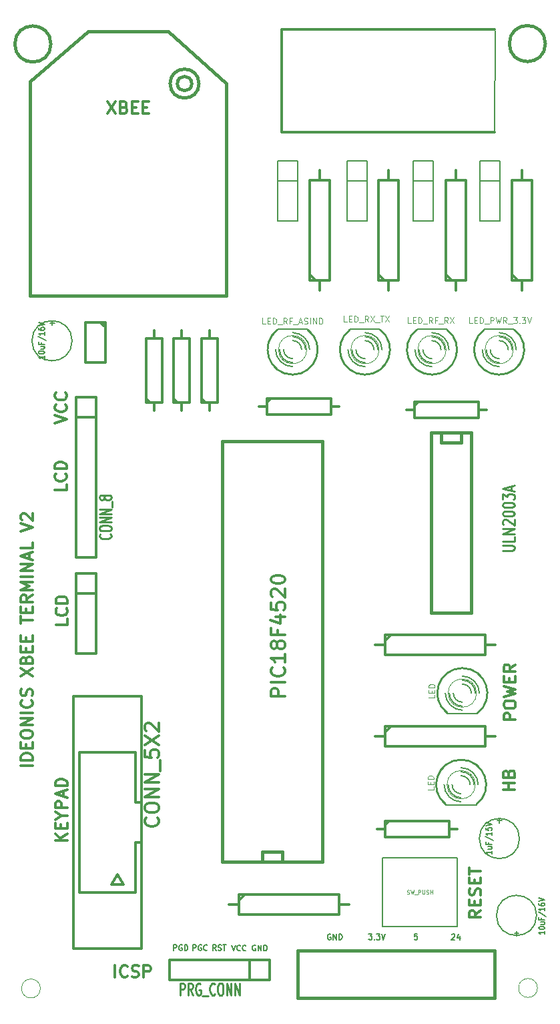
<source format=gto>
G04 (created by PCBNEW (2013-07-07 BZR 4022)-stable) date 8/21/2014 1:45:18 PM*
%MOIN*%
G04 Gerber Fmt 3.4, Leading zero omitted, Abs format*
%FSLAX34Y34*%
G01*
G70*
G90*
G04 APERTURE LIST*
%ADD10C,0.00590551*%
%ADD11C,0.00688976*%
%ADD12C,0.011811*%
%ADD13C,0.000393701*%
%ADD14C,0.008*%
%ADD15C,0.003*%
%ADD16C,0.01*%
%ADD17C,0.006*%
%ADD18C,0.012*%
%ADD19C,0.015*%
%ADD20C,0.005*%
%ADD21C,0.0035*%
%ADD22C,0.00492126*%
%ADD23C,0.01125*%
%ADD24C,0.0075*%
G04 APERTURE END LIST*
G54D10*
G54D11*
X52191Y-58356D02*
X52165Y-58343D01*
X52126Y-58343D01*
X52087Y-58356D01*
X52060Y-58382D01*
X52047Y-58408D01*
X52034Y-58461D01*
X52034Y-58500D01*
X52047Y-58553D01*
X52060Y-58579D01*
X52087Y-58605D01*
X52126Y-58618D01*
X52152Y-58618D01*
X52191Y-58605D01*
X52205Y-58592D01*
X52205Y-58500D01*
X52152Y-58500D01*
X52323Y-58618D02*
X52323Y-58343D01*
X52480Y-58618D01*
X52480Y-58343D01*
X52611Y-58618D02*
X52611Y-58343D01*
X52677Y-58343D01*
X52716Y-58356D01*
X52743Y-58382D01*
X52756Y-58408D01*
X52769Y-58461D01*
X52769Y-58500D01*
X52756Y-58553D01*
X52743Y-58579D01*
X52716Y-58605D01*
X52677Y-58618D01*
X52611Y-58618D01*
X51001Y-58343D02*
X51092Y-58618D01*
X51184Y-58343D01*
X51434Y-58592D02*
X51420Y-58605D01*
X51381Y-58618D01*
X51355Y-58618D01*
X51316Y-58605D01*
X51289Y-58579D01*
X51276Y-58553D01*
X51263Y-58500D01*
X51263Y-58461D01*
X51276Y-58408D01*
X51289Y-58382D01*
X51316Y-58356D01*
X51355Y-58343D01*
X51381Y-58343D01*
X51420Y-58356D01*
X51434Y-58369D01*
X51709Y-58592D02*
X51696Y-58605D01*
X51657Y-58618D01*
X51630Y-58618D01*
X51591Y-58605D01*
X51565Y-58579D01*
X51552Y-58553D01*
X51539Y-58500D01*
X51539Y-58461D01*
X51552Y-58408D01*
X51565Y-58382D01*
X51591Y-58356D01*
X51630Y-58343D01*
X51657Y-58343D01*
X51696Y-58356D01*
X51709Y-58369D01*
X50223Y-58598D02*
X50131Y-58467D01*
X50066Y-58598D02*
X50066Y-58323D01*
X50170Y-58323D01*
X50197Y-58336D01*
X50210Y-58349D01*
X50223Y-58375D01*
X50223Y-58415D01*
X50210Y-58441D01*
X50197Y-58454D01*
X50170Y-58467D01*
X50066Y-58467D01*
X50328Y-58585D02*
X50367Y-58598D01*
X50433Y-58598D01*
X50459Y-58585D01*
X50472Y-58572D01*
X50485Y-58546D01*
X50485Y-58520D01*
X50472Y-58493D01*
X50459Y-58480D01*
X50433Y-58467D01*
X50380Y-58454D01*
X50354Y-58441D01*
X50341Y-58428D01*
X50328Y-58402D01*
X50328Y-58375D01*
X50341Y-58349D01*
X50354Y-58336D01*
X50380Y-58323D01*
X50446Y-58323D01*
X50485Y-58336D01*
X50564Y-58323D02*
X50722Y-58323D01*
X50643Y-58598D02*
X50643Y-58323D01*
X49062Y-58598D02*
X49062Y-58323D01*
X49167Y-58323D01*
X49193Y-58336D01*
X49206Y-58349D01*
X49219Y-58375D01*
X49219Y-58415D01*
X49206Y-58441D01*
X49193Y-58454D01*
X49167Y-58467D01*
X49062Y-58467D01*
X49482Y-58336D02*
X49455Y-58323D01*
X49416Y-58323D01*
X49377Y-58336D01*
X49350Y-58362D01*
X49337Y-58388D01*
X49324Y-58441D01*
X49324Y-58480D01*
X49337Y-58533D01*
X49350Y-58559D01*
X49377Y-58585D01*
X49416Y-58598D01*
X49442Y-58598D01*
X49482Y-58585D01*
X49495Y-58572D01*
X49495Y-58480D01*
X49442Y-58480D01*
X49770Y-58572D02*
X49757Y-58585D01*
X49718Y-58598D01*
X49691Y-58598D01*
X49652Y-58585D01*
X49626Y-58559D01*
X49613Y-58533D01*
X49600Y-58480D01*
X49600Y-58441D01*
X49613Y-58388D01*
X49626Y-58362D01*
X49652Y-58336D01*
X49691Y-58323D01*
X49718Y-58323D01*
X49757Y-58336D01*
X49770Y-58349D01*
X48097Y-58598D02*
X48097Y-58323D01*
X48202Y-58323D01*
X48228Y-58336D01*
X48241Y-58349D01*
X48254Y-58375D01*
X48254Y-58415D01*
X48241Y-58441D01*
X48228Y-58454D01*
X48202Y-58467D01*
X48097Y-58467D01*
X48517Y-58336D02*
X48491Y-58323D01*
X48451Y-58323D01*
X48412Y-58336D01*
X48386Y-58362D01*
X48373Y-58388D01*
X48359Y-58441D01*
X48359Y-58480D01*
X48373Y-58533D01*
X48386Y-58559D01*
X48412Y-58585D01*
X48451Y-58598D01*
X48478Y-58598D01*
X48517Y-58585D01*
X48530Y-58572D01*
X48530Y-58480D01*
X48478Y-58480D01*
X48648Y-58598D02*
X48648Y-58323D01*
X48714Y-58323D01*
X48753Y-58336D01*
X48779Y-58362D01*
X48793Y-58388D01*
X48806Y-58441D01*
X48806Y-58480D01*
X48793Y-58533D01*
X48779Y-58559D01*
X48753Y-58585D01*
X48714Y-58598D01*
X48648Y-58598D01*
X55940Y-57799D02*
X55913Y-57785D01*
X55874Y-57785D01*
X55835Y-57799D01*
X55808Y-57825D01*
X55795Y-57851D01*
X55782Y-57904D01*
X55782Y-57943D01*
X55795Y-57995D01*
X55808Y-58022D01*
X55835Y-58048D01*
X55874Y-58061D01*
X55900Y-58061D01*
X55940Y-58048D01*
X55953Y-58035D01*
X55953Y-57943D01*
X55900Y-57943D01*
X56071Y-58061D02*
X56071Y-57785D01*
X56228Y-58061D01*
X56228Y-57785D01*
X56359Y-58061D02*
X56359Y-57785D01*
X56425Y-57785D01*
X56464Y-57799D01*
X56491Y-57825D01*
X56504Y-57851D01*
X56517Y-57904D01*
X56517Y-57943D01*
X56504Y-57995D01*
X56491Y-58022D01*
X56464Y-58048D01*
X56425Y-58061D01*
X56359Y-58061D01*
X57843Y-57785D02*
X58013Y-57785D01*
X57921Y-57890D01*
X57961Y-57890D01*
X57987Y-57904D01*
X58000Y-57917D01*
X58013Y-57943D01*
X58013Y-58009D01*
X58000Y-58035D01*
X57987Y-58048D01*
X57961Y-58061D01*
X57882Y-58061D01*
X57856Y-58048D01*
X57843Y-58035D01*
X58131Y-58035D02*
X58145Y-58048D01*
X58131Y-58061D01*
X58118Y-58048D01*
X58131Y-58035D01*
X58131Y-58061D01*
X58236Y-57785D02*
X58407Y-57785D01*
X58315Y-57890D01*
X58354Y-57890D01*
X58381Y-57904D01*
X58394Y-57917D01*
X58407Y-57943D01*
X58407Y-58009D01*
X58394Y-58035D01*
X58381Y-58048D01*
X58354Y-58061D01*
X58276Y-58061D01*
X58250Y-58048D01*
X58236Y-58035D01*
X58486Y-57785D02*
X58578Y-58061D01*
X58669Y-57785D01*
X61990Y-57812D02*
X62003Y-57799D01*
X62029Y-57785D01*
X62095Y-57785D01*
X62121Y-57799D01*
X62134Y-57812D01*
X62147Y-57838D01*
X62147Y-57864D01*
X62134Y-57904D01*
X61976Y-58061D01*
X62147Y-58061D01*
X62383Y-57877D02*
X62383Y-58061D01*
X62318Y-57772D02*
X62252Y-57969D01*
X62423Y-57969D01*
G54D12*
X65179Y-47082D02*
X64589Y-47082D01*
X64589Y-46857D01*
X64617Y-46801D01*
X64645Y-46773D01*
X64701Y-46744D01*
X64786Y-46744D01*
X64842Y-46773D01*
X64870Y-46801D01*
X64898Y-46857D01*
X64898Y-47082D01*
X64589Y-46379D02*
X64589Y-46266D01*
X64617Y-46210D01*
X64673Y-46154D01*
X64786Y-46126D01*
X64983Y-46126D01*
X65095Y-46154D01*
X65151Y-46210D01*
X65179Y-46266D01*
X65179Y-46379D01*
X65151Y-46435D01*
X65095Y-46491D01*
X64983Y-46519D01*
X64786Y-46519D01*
X64673Y-46491D01*
X64617Y-46435D01*
X64589Y-46379D01*
X64589Y-45929D02*
X65179Y-45788D01*
X64758Y-45676D01*
X65179Y-45563D01*
X64589Y-45423D01*
X64870Y-45198D02*
X64870Y-45001D01*
X65179Y-44917D02*
X65179Y-45198D01*
X64589Y-45198D01*
X64589Y-44917D01*
X65179Y-44326D02*
X64898Y-44523D01*
X65179Y-44663D02*
X64589Y-44663D01*
X64589Y-44438D01*
X64617Y-44382D01*
X64645Y-44354D01*
X64701Y-44326D01*
X64786Y-44326D01*
X64842Y-44354D01*
X64870Y-44382D01*
X64898Y-44438D01*
X64898Y-44663D01*
X65140Y-50582D02*
X64550Y-50582D01*
X64831Y-50582D02*
X64831Y-50244D01*
X65140Y-50244D02*
X64550Y-50244D01*
X64831Y-49766D02*
X64859Y-49682D01*
X64887Y-49654D01*
X64943Y-49625D01*
X65028Y-49625D01*
X65084Y-49654D01*
X65112Y-49682D01*
X65140Y-49738D01*
X65140Y-49963D01*
X64550Y-49963D01*
X64550Y-49766D01*
X64578Y-49710D01*
X64606Y-49682D01*
X64662Y-49654D01*
X64718Y-49654D01*
X64775Y-49682D01*
X64803Y-49710D01*
X64831Y-49766D01*
X64831Y-49963D01*
X45178Y-59939D02*
X45178Y-59348D01*
X45796Y-59882D02*
X45768Y-59910D01*
X45684Y-59939D01*
X45628Y-59939D01*
X45543Y-59910D01*
X45487Y-59854D01*
X45459Y-59798D01*
X45431Y-59685D01*
X45431Y-59601D01*
X45459Y-59489D01*
X45487Y-59432D01*
X45543Y-59376D01*
X45628Y-59348D01*
X45684Y-59348D01*
X45768Y-59376D01*
X45796Y-59404D01*
X46021Y-59910D02*
X46106Y-59939D01*
X46246Y-59939D01*
X46303Y-59910D01*
X46331Y-59882D01*
X46359Y-59826D01*
X46359Y-59770D01*
X46331Y-59714D01*
X46303Y-59685D01*
X46246Y-59657D01*
X46134Y-59629D01*
X46078Y-59601D01*
X46050Y-59573D01*
X46021Y-59517D01*
X46021Y-59460D01*
X46050Y-59404D01*
X46078Y-59376D01*
X46134Y-59348D01*
X46274Y-59348D01*
X46359Y-59376D01*
X46612Y-59939D02*
X46612Y-59348D01*
X46837Y-59348D01*
X46893Y-59376D01*
X46921Y-59404D01*
X46949Y-59460D01*
X46949Y-59545D01*
X46921Y-59601D01*
X46893Y-59629D01*
X46837Y-59657D01*
X46612Y-59657D01*
X42782Y-53107D02*
X42191Y-53107D01*
X42782Y-52770D02*
X42444Y-53023D01*
X42191Y-52770D02*
X42529Y-53107D01*
X42473Y-52517D02*
X42473Y-52320D01*
X42782Y-52236D02*
X42782Y-52517D01*
X42191Y-52517D01*
X42191Y-52236D01*
X42501Y-51870D02*
X42782Y-51870D01*
X42191Y-52067D02*
X42501Y-51870D01*
X42191Y-51673D01*
X42782Y-51476D02*
X42191Y-51476D01*
X42191Y-51251D01*
X42219Y-51195D01*
X42248Y-51167D01*
X42304Y-51139D01*
X42388Y-51139D01*
X42444Y-51167D01*
X42473Y-51195D01*
X42501Y-51251D01*
X42501Y-51476D01*
X42613Y-50914D02*
X42613Y-50633D01*
X42782Y-50970D02*
X42191Y-50773D01*
X42782Y-50576D01*
X42782Y-50380D02*
X42191Y-50380D01*
X42191Y-50239D01*
X42219Y-50155D01*
X42276Y-50098D01*
X42332Y-50070D01*
X42444Y-50042D01*
X42529Y-50042D01*
X42641Y-50070D01*
X42697Y-50098D01*
X42754Y-50155D01*
X42782Y-50239D01*
X42782Y-50380D01*
X42807Y-42051D02*
X42807Y-42332D01*
X42217Y-42332D01*
X42751Y-41517D02*
X42779Y-41545D01*
X42807Y-41629D01*
X42807Y-41685D01*
X42779Y-41770D01*
X42723Y-41826D01*
X42667Y-41854D01*
X42554Y-41882D01*
X42470Y-41882D01*
X42357Y-41854D01*
X42301Y-41826D01*
X42245Y-41770D01*
X42217Y-41685D01*
X42217Y-41629D01*
X42245Y-41545D01*
X42273Y-41517D01*
X42807Y-41264D02*
X42217Y-41264D01*
X42217Y-41123D01*
X42245Y-41039D01*
X42301Y-40982D01*
X42357Y-40954D01*
X42470Y-40926D01*
X42554Y-40926D01*
X42667Y-40954D01*
X42723Y-40982D01*
X42779Y-41039D01*
X42807Y-41123D01*
X42807Y-41264D01*
X42748Y-35329D02*
X42748Y-35610D01*
X42158Y-35610D01*
X42692Y-34794D02*
X42720Y-34822D01*
X42748Y-34907D01*
X42748Y-34963D01*
X42720Y-35047D01*
X42664Y-35104D01*
X42608Y-35132D01*
X42495Y-35160D01*
X42411Y-35160D01*
X42298Y-35132D01*
X42242Y-35104D01*
X42186Y-35047D01*
X42158Y-34963D01*
X42158Y-34907D01*
X42186Y-34822D01*
X42214Y-34794D01*
X42748Y-34541D02*
X42158Y-34541D01*
X42158Y-34401D01*
X42186Y-34316D01*
X42242Y-34260D01*
X42298Y-34232D01*
X42411Y-34204D01*
X42495Y-34204D01*
X42608Y-34232D01*
X42664Y-34260D01*
X42720Y-34316D01*
X42748Y-34401D01*
X42748Y-34541D01*
X41055Y-49375D02*
X40465Y-49375D01*
X41055Y-49094D02*
X40465Y-49094D01*
X40465Y-48953D01*
X40493Y-48869D01*
X40549Y-48813D01*
X40606Y-48785D01*
X40718Y-48757D01*
X40802Y-48757D01*
X40915Y-48785D01*
X40971Y-48813D01*
X41027Y-48869D01*
X41055Y-48953D01*
X41055Y-49094D01*
X40746Y-48503D02*
X40746Y-48307D01*
X41055Y-48222D02*
X41055Y-48503D01*
X40465Y-48503D01*
X40465Y-48222D01*
X40465Y-47857D02*
X40465Y-47744D01*
X40493Y-47688D01*
X40549Y-47632D01*
X40662Y-47604D01*
X40859Y-47604D01*
X40971Y-47632D01*
X41027Y-47688D01*
X41055Y-47744D01*
X41055Y-47857D01*
X41027Y-47913D01*
X40971Y-47969D01*
X40859Y-47997D01*
X40662Y-47997D01*
X40549Y-47969D01*
X40493Y-47913D01*
X40465Y-47857D01*
X41055Y-47350D02*
X40465Y-47350D01*
X41055Y-47013D01*
X40465Y-47013D01*
X41055Y-46732D02*
X40465Y-46732D01*
X40999Y-46113D02*
X41027Y-46141D01*
X41055Y-46226D01*
X41055Y-46282D01*
X41027Y-46366D01*
X40971Y-46422D01*
X40915Y-46451D01*
X40802Y-46479D01*
X40718Y-46479D01*
X40606Y-46451D01*
X40549Y-46422D01*
X40493Y-46366D01*
X40465Y-46282D01*
X40465Y-46226D01*
X40493Y-46141D01*
X40521Y-46113D01*
X41027Y-45888D02*
X41055Y-45804D01*
X41055Y-45663D01*
X41027Y-45607D01*
X40999Y-45579D01*
X40943Y-45551D01*
X40887Y-45551D01*
X40830Y-45579D01*
X40802Y-45607D01*
X40774Y-45663D01*
X40746Y-45776D01*
X40718Y-45832D01*
X40690Y-45860D01*
X40634Y-45888D01*
X40577Y-45888D01*
X40521Y-45860D01*
X40493Y-45832D01*
X40465Y-45776D01*
X40465Y-45635D01*
X40493Y-45551D01*
X40465Y-44904D02*
X41055Y-44510D01*
X40465Y-44510D02*
X41055Y-44904D01*
X40746Y-44088D02*
X40774Y-44004D01*
X40802Y-43976D01*
X40859Y-43948D01*
X40943Y-43948D01*
X40999Y-43976D01*
X41027Y-44004D01*
X41055Y-44060D01*
X41055Y-44285D01*
X40465Y-44285D01*
X40465Y-44088D01*
X40493Y-44032D01*
X40521Y-44004D01*
X40577Y-43976D01*
X40634Y-43976D01*
X40690Y-44004D01*
X40718Y-44032D01*
X40746Y-44088D01*
X40746Y-44285D01*
X40746Y-43695D02*
X40746Y-43498D01*
X41055Y-43413D02*
X41055Y-43695D01*
X40465Y-43695D01*
X40465Y-43413D01*
X40746Y-43160D02*
X40746Y-42964D01*
X41055Y-42879D02*
X41055Y-43160D01*
X40465Y-43160D01*
X40465Y-42879D01*
X40465Y-42260D02*
X40465Y-41923D01*
X41055Y-42092D02*
X40465Y-42092D01*
X40746Y-41726D02*
X40746Y-41529D01*
X41055Y-41445D02*
X41055Y-41726D01*
X40465Y-41726D01*
X40465Y-41445D01*
X41055Y-40854D02*
X40774Y-41051D01*
X41055Y-41192D02*
X40465Y-41192D01*
X40465Y-40967D01*
X40493Y-40911D01*
X40521Y-40883D01*
X40577Y-40854D01*
X40662Y-40854D01*
X40718Y-40883D01*
X40746Y-40911D01*
X40774Y-40967D01*
X40774Y-41192D01*
X41055Y-40601D02*
X40465Y-40601D01*
X40887Y-40404D01*
X40465Y-40208D01*
X41055Y-40208D01*
X41055Y-39926D02*
X40465Y-39926D01*
X41055Y-39645D02*
X40465Y-39645D01*
X41055Y-39308D01*
X40465Y-39308D01*
X40887Y-39055D02*
X40887Y-38773D01*
X41055Y-39111D02*
X40465Y-38914D01*
X41055Y-38717D01*
X41055Y-38239D02*
X41055Y-38520D01*
X40465Y-38520D01*
X40465Y-37677D02*
X41055Y-37480D01*
X40465Y-37283D01*
X40521Y-37114D02*
X40493Y-37086D01*
X40465Y-37030D01*
X40465Y-36889D01*
X40493Y-36833D01*
X40521Y-36805D01*
X40577Y-36777D01*
X40634Y-36777D01*
X40718Y-36805D01*
X41055Y-37142D01*
X41055Y-36777D01*
X63447Y-56605D02*
X63166Y-56802D01*
X63447Y-56943D02*
X62857Y-56943D01*
X62857Y-56718D01*
X62885Y-56661D01*
X62913Y-56633D01*
X62969Y-56605D01*
X63053Y-56605D01*
X63110Y-56633D01*
X63138Y-56661D01*
X63166Y-56718D01*
X63166Y-56943D01*
X63138Y-56352D02*
X63138Y-56155D01*
X63447Y-56071D02*
X63447Y-56352D01*
X62857Y-56352D01*
X62857Y-56071D01*
X63419Y-55846D02*
X63447Y-55762D01*
X63447Y-55621D01*
X63419Y-55565D01*
X63391Y-55537D01*
X63335Y-55508D01*
X63278Y-55508D01*
X63222Y-55537D01*
X63194Y-55565D01*
X63166Y-55621D01*
X63138Y-55733D01*
X63110Y-55790D01*
X63082Y-55818D01*
X63025Y-55846D01*
X62969Y-55846D01*
X62913Y-55818D01*
X62885Y-55790D01*
X62857Y-55733D01*
X62857Y-55593D01*
X62885Y-55508D01*
X63138Y-55255D02*
X63138Y-55059D01*
X63447Y-54974D02*
X63447Y-55255D01*
X62857Y-55255D01*
X62857Y-54974D01*
X62857Y-54805D02*
X62857Y-54468D01*
X63447Y-54637D02*
X62857Y-54637D01*
X42178Y-32273D02*
X42768Y-32076D01*
X42178Y-31879D01*
X42712Y-31345D02*
X42740Y-31373D01*
X42768Y-31458D01*
X42768Y-31514D01*
X42740Y-31598D01*
X42684Y-31654D01*
X42627Y-31683D01*
X42515Y-31711D01*
X42431Y-31711D01*
X42318Y-31683D01*
X42262Y-31654D01*
X42206Y-31598D01*
X42178Y-31514D01*
X42178Y-31458D01*
X42206Y-31373D01*
X42234Y-31345D01*
X42712Y-30755D02*
X42740Y-30783D01*
X42768Y-30867D01*
X42768Y-30923D01*
X42740Y-31008D01*
X42684Y-31064D01*
X42627Y-31092D01*
X42515Y-31120D01*
X42431Y-31120D01*
X42318Y-31092D01*
X42262Y-31064D01*
X42206Y-31008D01*
X42178Y-30923D01*
X42178Y-30867D01*
X42206Y-30783D01*
X42234Y-30755D01*
G54D11*
X60265Y-57785D02*
X60134Y-57785D01*
X60121Y-57917D01*
X60134Y-57904D01*
X60160Y-57890D01*
X60226Y-57890D01*
X60252Y-57904D01*
X60265Y-57917D01*
X60278Y-57943D01*
X60278Y-58009D01*
X60265Y-58035D01*
X60252Y-58048D01*
X60226Y-58061D01*
X60160Y-58061D01*
X60134Y-58048D01*
X60121Y-58035D01*
G54D13*
X41447Y-60500D02*
G75*
G03X41447Y-60500I-472J0D01*
G74*
G01*
G54D14*
X61710Y-51346D02*
X63210Y-51346D01*
G54D15*
X63167Y-50326D02*
G75*
G03X63167Y-50326I-707J0D01*
G74*
G01*
G54D16*
X63211Y-51325D02*
G75*
G03X61710Y-51325I-750J999D01*
G74*
G01*
G54D17*
X62910Y-50326D02*
G75*
G03X62460Y-49876I-450J0D01*
G74*
G01*
X62010Y-50326D02*
G75*
G03X62460Y-50776I450J0D01*
G74*
G01*
X63110Y-50326D02*
G75*
G03X62460Y-49676I-650J0D01*
G74*
G01*
X61810Y-50326D02*
G75*
G03X62460Y-50976I650J0D01*
G74*
G01*
X63310Y-50326D02*
G75*
G03X62460Y-49476I-850J0D01*
G74*
G01*
X61610Y-50326D02*
G75*
G03X62460Y-51176I850J0D01*
G74*
G01*
G54D14*
X61769Y-46769D02*
X63269Y-46769D01*
G54D15*
X63226Y-45749D02*
G75*
G03X63226Y-45749I-707J0D01*
G74*
G01*
G54D16*
X63270Y-46749D02*
G75*
G03X61769Y-46749I-750J999D01*
G74*
G01*
G54D17*
X62969Y-45749D02*
G75*
G03X62519Y-45299I-450J0D01*
G74*
G01*
X62069Y-45749D02*
G75*
G03X62519Y-46199I450J0D01*
G74*
G01*
X63169Y-45749D02*
G75*
G03X62519Y-45099I-650J0D01*
G74*
G01*
X61869Y-45749D02*
G75*
G03X62519Y-46399I650J0D01*
G74*
G01*
X63369Y-45749D02*
G75*
G03X62519Y-44899I-850J0D01*
G74*
G01*
X61669Y-45749D02*
G75*
G03X62519Y-46599I850J0D01*
G74*
G01*
X53289Y-19159D02*
X54289Y-19159D01*
X54289Y-19159D02*
X54289Y-22159D01*
X54289Y-22159D02*
X53289Y-22159D01*
X53289Y-22159D02*
X53289Y-19159D01*
X54289Y-20159D02*
X53289Y-20159D01*
X60061Y-19159D02*
X61061Y-19159D01*
X61061Y-19159D02*
X61061Y-22159D01*
X61061Y-22159D02*
X60061Y-22159D01*
X60061Y-22159D02*
X60061Y-19159D01*
X61061Y-20159D02*
X60061Y-20159D01*
X63407Y-19159D02*
X64407Y-19159D01*
X64407Y-19159D02*
X64407Y-22159D01*
X64407Y-22159D02*
X63407Y-22159D01*
X63407Y-22159D02*
X63407Y-19159D01*
X64407Y-20159D02*
X63407Y-20159D01*
X56773Y-19159D02*
X57773Y-19159D01*
X57773Y-19159D02*
X57773Y-22159D01*
X57773Y-22159D02*
X56773Y-22159D01*
X56773Y-22159D02*
X56773Y-19159D01*
X57773Y-20159D02*
X56773Y-20159D01*
G54D18*
X52911Y-59089D02*
X52911Y-60089D01*
X52911Y-60089D02*
X47911Y-60089D01*
X47911Y-60089D02*
X47911Y-59089D01*
X47911Y-59089D02*
X52911Y-59089D01*
X51911Y-59089D02*
X51911Y-60089D01*
X54893Y-25157D02*
X54893Y-20157D01*
X54893Y-20157D02*
X55893Y-20157D01*
X55893Y-20157D02*
X55893Y-25157D01*
X55393Y-20157D02*
X55393Y-19657D01*
X55393Y-25657D02*
X55393Y-25157D01*
X55193Y-25157D02*
X54893Y-24857D01*
X54893Y-25157D02*
X55893Y-25157D01*
X58661Y-42846D02*
X63661Y-42846D01*
X63661Y-42846D02*
X63661Y-43846D01*
X63661Y-43846D02*
X58661Y-43846D01*
X63661Y-43346D02*
X64161Y-43346D01*
X58161Y-43346D02*
X58661Y-43346D01*
X58661Y-43146D02*
X58961Y-42846D01*
X58661Y-42846D02*
X58661Y-43846D01*
X58328Y-25157D02*
X58328Y-20157D01*
X58328Y-20157D02*
X59328Y-20157D01*
X59328Y-20157D02*
X59328Y-25157D01*
X58828Y-20157D02*
X58828Y-19657D01*
X58828Y-25657D02*
X58828Y-25157D01*
X58628Y-25157D02*
X58328Y-24857D01*
X58328Y-25157D02*
X59328Y-25157D01*
X58661Y-47413D02*
X63661Y-47413D01*
X63661Y-47413D02*
X63661Y-48413D01*
X63661Y-48413D02*
X58661Y-48413D01*
X63661Y-47913D02*
X64161Y-47913D01*
X58161Y-47913D02*
X58661Y-47913D01*
X58661Y-47713D02*
X58961Y-47413D01*
X58661Y-47413D02*
X58661Y-48413D01*
X61694Y-25157D02*
X61694Y-20157D01*
X61694Y-20157D02*
X62694Y-20157D01*
X62694Y-20157D02*
X62694Y-25157D01*
X62194Y-20157D02*
X62194Y-19657D01*
X62194Y-25657D02*
X62194Y-25157D01*
X61994Y-25157D02*
X61694Y-24857D01*
X61694Y-25157D02*
X62694Y-25157D01*
X65011Y-25157D02*
X65011Y-20157D01*
X65011Y-20157D02*
X66011Y-20157D01*
X66011Y-20157D02*
X66011Y-25157D01*
X65511Y-20157D02*
X65511Y-19657D01*
X65511Y-25657D02*
X65511Y-25157D01*
X65311Y-25157D02*
X65011Y-24857D01*
X65011Y-25157D02*
X66011Y-25157D01*
X51350Y-55800D02*
X56350Y-55800D01*
X56350Y-55800D02*
X56350Y-56800D01*
X56350Y-56800D02*
X51350Y-56800D01*
X56350Y-56300D02*
X56850Y-56300D01*
X50850Y-56300D02*
X51350Y-56300D01*
X51350Y-56100D02*
X51650Y-55800D01*
X51350Y-55800D02*
X51350Y-56800D01*
G54D14*
X58543Y-53987D02*
X62256Y-53987D01*
X62256Y-53987D02*
X62256Y-57412D01*
X62256Y-57412D02*
X58543Y-57412D01*
X58543Y-57412D02*
X58543Y-53987D01*
G54D19*
X62478Y-32744D02*
X62478Y-32744D01*
X62478Y-32744D02*
X62478Y-33244D01*
X62478Y-33244D02*
X61478Y-33244D01*
X61478Y-33244D02*
X61478Y-32744D01*
X62978Y-32744D02*
X62978Y-41744D01*
X62978Y-41744D02*
X60978Y-41744D01*
X60978Y-41744D02*
X60978Y-32744D01*
X60978Y-32744D02*
X62978Y-32744D01*
G54D10*
X64176Y-12660D02*
X64141Y-17700D01*
G54D18*
X53503Y-12612D02*
X53503Y-17731D01*
X53503Y-17731D02*
X64133Y-17731D01*
X53503Y-12612D02*
X64133Y-12612D01*
G54D20*
X65371Y-53011D02*
G75*
G03X65371Y-53011I-1001J0D01*
G74*
G01*
G54D18*
X43093Y-45924D02*
X46493Y-45924D01*
X46493Y-45924D02*
X46493Y-58524D01*
X43093Y-58524D02*
X43093Y-45924D01*
X46193Y-55724D02*
X43393Y-55724D01*
X46193Y-48724D02*
X43393Y-48724D01*
X46493Y-53224D02*
X46193Y-53224D01*
X46193Y-53224D02*
X46193Y-55724D01*
X43393Y-55724D02*
X43393Y-48724D01*
X46193Y-48724D02*
X46193Y-51224D01*
X46193Y-51224D02*
X46493Y-51224D01*
X46493Y-58524D02*
X43093Y-58524D01*
X45293Y-54824D02*
X44993Y-55324D01*
X44993Y-55324D02*
X45593Y-55324D01*
X45593Y-55324D02*
X45293Y-54824D01*
X44243Y-39789D02*
X44243Y-39789D01*
X43243Y-39789D02*
X44243Y-39789D01*
X44243Y-39789D02*
X44243Y-39789D01*
X44243Y-39789D02*
X44243Y-43789D01*
X44243Y-43789D02*
X43243Y-43789D01*
X43243Y-43789D02*
X43243Y-39789D01*
X43243Y-40789D02*
X44243Y-40789D01*
G54D13*
X66272Y-60475D02*
G75*
G03X66272Y-60475I-472J0D01*
G74*
G01*
G54D18*
X44243Y-30960D02*
X44243Y-38960D01*
X44243Y-38960D02*
X43243Y-38960D01*
X43243Y-38960D02*
X43243Y-30960D01*
X43243Y-30960D02*
X44243Y-30960D01*
X43243Y-31960D02*
X44243Y-31960D01*
X58255Y-52549D02*
X58655Y-52549D01*
X58655Y-52549D02*
X58655Y-52149D01*
X58655Y-52149D02*
X61855Y-52149D01*
X61855Y-52149D02*
X61855Y-52949D01*
X61855Y-52949D02*
X58655Y-52949D01*
X58655Y-52949D02*
X58655Y-52549D01*
X58655Y-52349D02*
X58855Y-52149D01*
X62255Y-52549D02*
X61855Y-52549D01*
G54D19*
X50746Y-25514D02*
X50746Y-25914D01*
X40946Y-25514D02*
X40946Y-25914D01*
X40946Y-24814D02*
X40946Y-25514D01*
X50746Y-24814D02*
X50746Y-25514D01*
X49007Y-15314D02*
G75*
G03X49007Y-15314I-360J0D01*
G74*
G01*
X49367Y-15314D02*
G75*
G03X49367Y-15314I-721J0D01*
G74*
G01*
X41846Y-25914D02*
X40946Y-25914D01*
X47846Y-12714D02*
X50746Y-15314D01*
X50346Y-25914D02*
X50746Y-25914D01*
X41846Y-25914D02*
X50346Y-25914D01*
X40946Y-24814D02*
X40946Y-15214D01*
X50746Y-15314D02*
X50746Y-24814D01*
X40946Y-15214D02*
X43846Y-12714D01*
X43846Y-12714D02*
X47846Y-12714D01*
G54D18*
X49881Y-31635D02*
X49881Y-31235D01*
X49881Y-31235D02*
X49481Y-31235D01*
X49481Y-31235D02*
X49481Y-28035D01*
X49481Y-28035D02*
X50281Y-28035D01*
X50281Y-28035D02*
X50281Y-31235D01*
X50281Y-31235D02*
X49881Y-31235D01*
X49681Y-31235D02*
X49481Y-31035D01*
X49881Y-27635D02*
X49881Y-28035D01*
X59732Y-31624D02*
X60132Y-31624D01*
X60132Y-31624D02*
X60132Y-31224D01*
X60132Y-31224D02*
X63332Y-31224D01*
X63332Y-31224D02*
X63332Y-32024D01*
X63332Y-32024D02*
X60132Y-32024D01*
X60132Y-32024D02*
X60132Y-31624D01*
X60132Y-31424D02*
X60332Y-31224D01*
X63732Y-31624D02*
X63332Y-31624D01*
X48503Y-31635D02*
X48503Y-31235D01*
X48503Y-31235D02*
X48103Y-31235D01*
X48103Y-31235D02*
X48103Y-28035D01*
X48103Y-28035D02*
X48903Y-28035D01*
X48903Y-28035D02*
X48903Y-31235D01*
X48903Y-31235D02*
X48503Y-31235D01*
X48303Y-31235D02*
X48103Y-31035D01*
X48503Y-27635D02*
X48503Y-28035D01*
X47116Y-31635D02*
X47116Y-31235D01*
X47116Y-31235D02*
X46716Y-31235D01*
X46716Y-31235D02*
X46716Y-28035D01*
X46716Y-28035D02*
X47516Y-28035D01*
X47516Y-28035D02*
X47516Y-31235D01*
X47516Y-31235D02*
X47116Y-31235D01*
X46916Y-31235D02*
X46716Y-31035D01*
X47116Y-27635D02*
X47116Y-28035D01*
X52360Y-31437D02*
X52760Y-31437D01*
X52760Y-31437D02*
X52760Y-31037D01*
X52760Y-31037D02*
X55960Y-31037D01*
X55960Y-31037D02*
X55960Y-31837D01*
X55960Y-31837D02*
X52760Y-31837D01*
X52760Y-31837D02*
X52760Y-31437D01*
X52760Y-31237D02*
X52960Y-31037D01*
X56360Y-31437D02*
X55960Y-31437D01*
G54D14*
X54795Y-27580D02*
X53295Y-27580D01*
G54D15*
X54752Y-28600D02*
G75*
G03X54752Y-28600I-707J0D01*
G74*
G01*
G54D16*
X53294Y-27601D02*
G75*
G03X54795Y-27601I750J-999D01*
G74*
G01*
G54D17*
X53595Y-28600D02*
G75*
G03X54045Y-29050I450J0D01*
G74*
G01*
X54495Y-28600D02*
G75*
G03X54045Y-28150I-450J0D01*
G74*
G01*
X53395Y-28600D02*
G75*
G03X54045Y-29250I650J0D01*
G74*
G01*
X54695Y-28600D02*
G75*
G03X54045Y-27950I-650J0D01*
G74*
G01*
X53195Y-28600D02*
G75*
G03X54045Y-29450I850J0D01*
G74*
G01*
X54895Y-28600D02*
G75*
G03X54045Y-27750I-850J0D01*
G74*
G01*
G54D14*
X61753Y-27580D02*
X60253Y-27580D01*
G54D15*
X61711Y-28600D02*
G75*
G03X61711Y-28600I-707J0D01*
G74*
G01*
G54D16*
X60253Y-27601D02*
G75*
G03X61754Y-27601I750J-999D01*
G74*
G01*
G54D17*
X60553Y-28600D02*
G75*
G03X61003Y-29050I450J0D01*
G74*
G01*
X61453Y-28600D02*
G75*
G03X61003Y-28150I-450J0D01*
G74*
G01*
X60353Y-28600D02*
G75*
G03X61003Y-29250I650J0D01*
G74*
G01*
X61653Y-28600D02*
G75*
G03X61003Y-27950I-650J0D01*
G74*
G01*
X60153Y-28600D02*
G75*
G03X61003Y-29450I850J0D01*
G74*
G01*
X61853Y-28600D02*
G75*
G03X61003Y-27750I-850J0D01*
G74*
G01*
G54D14*
X58407Y-27580D02*
X56907Y-27580D01*
G54D15*
X58364Y-28600D02*
G75*
G03X58364Y-28600I-707J0D01*
G74*
G01*
G54D16*
X56906Y-27601D02*
G75*
G03X58408Y-27601I750J-999D01*
G74*
G01*
G54D17*
X57207Y-28600D02*
G75*
G03X57657Y-29050I450J0D01*
G74*
G01*
X58107Y-28600D02*
G75*
G03X57657Y-28150I-450J0D01*
G74*
G01*
X57007Y-28600D02*
G75*
G03X57657Y-29250I650J0D01*
G74*
G01*
X58307Y-28600D02*
G75*
G03X57657Y-27950I-650J0D01*
G74*
G01*
X56807Y-28600D02*
G75*
G03X57657Y-29450I850J0D01*
G74*
G01*
X58507Y-28600D02*
G75*
G03X57657Y-27750I-850J0D01*
G74*
G01*
G54D14*
X65110Y-27580D02*
X63610Y-27580D01*
G54D15*
X65067Y-28600D02*
G75*
G03X65067Y-28600I-707J0D01*
G74*
G01*
G54D16*
X63609Y-27601D02*
G75*
G03X65110Y-27601I750J-999D01*
G74*
G01*
G54D17*
X63910Y-28600D02*
G75*
G03X64360Y-29050I450J0D01*
G74*
G01*
X64810Y-28600D02*
G75*
G03X64360Y-28150I-450J0D01*
G74*
G01*
X63710Y-28600D02*
G75*
G03X64360Y-29250I650J0D01*
G74*
G01*
X65010Y-28600D02*
G75*
G03X64360Y-27950I-650J0D01*
G74*
G01*
X63510Y-28600D02*
G75*
G03X64360Y-29450I850J0D01*
G74*
G01*
X65210Y-28600D02*
G75*
G03X64360Y-27750I-850J0D01*
G74*
G01*
G54D18*
X44692Y-27258D02*
X44692Y-29238D01*
X44692Y-29238D02*
X43692Y-29238D01*
X43692Y-29238D02*
X43692Y-27238D01*
X43692Y-27238D02*
X44692Y-27238D01*
X44442Y-27238D02*
X44692Y-27488D01*
G54D19*
X66667Y-13316D02*
G75*
G03X66667Y-13316I-900J0D01*
G74*
G01*
X41972Y-13336D02*
G75*
G03X41972Y-13336I-900J0D01*
G74*
G01*
G54D20*
X43028Y-28159D02*
G75*
G03X43028Y-28159I-1001J0D01*
G74*
G01*
X66226Y-56850D02*
G75*
G03X66226Y-56850I-1001J0D01*
G74*
G01*
G54D19*
X52541Y-54161D02*
X52541Y-53661D01*
X52541Y-53661D02*
X53541Y-53661D01*
X53541Y-53661D02*
X53541Y-54161D01*
X50541Y-54161D02*
X50541Y-33161D01*
X50541Y-33161D02*
X55541Y-33161D01*
X55541Y-33161D02*
X55541Y-54161D01*
X55541Y-54161D02*
X50541Y-54161D01*
X64137Y-60981D02*
X54294Y-60981D01*
X54294Y-60981D02*
X54294Y-58618D01*
X54294Y-58618D02*
X64137Y-58618D01*
X64137Y-58618D02*
X64137Y-60981D01*
G54D21*
X61082Y-50419D02*
X61082Y-50562D01*
X60782Y-50562D01*
X60924Y-50319D02*
X60924Y-50219D01*
X61082Y-50176D02*
X61082Y-50319D01*
X60782Y-50319D01*
X60782Y-50176D01*
X61082Y-50047D02*
X60782Y-50047D01*
X60782Y-49976D01*
X60796Y-49933D01*
X60824Y-49904D01*
X60853Y-49890D01*
X60910Y-49876D01*
X60953Y-49876D01*
X61010Y-49890D01*
X61039Y-49904D01*
X61067Y-49933D01*
X61082Y-49976D01*
X61082Y-50047D01*
X61141Y-45842D02*
X61141Y-45985D01*
X60841Y-45985D01*
X60983Y-45742D02*
X60983Y-45642D01*
X61141Y-45599D02*
X61141Y-45742D01*
X60841Y-45742D01*
X60841Y-45599D01*
X61141Y-45471D02*
X60841Y-45471D01*
X60841Y-45399D01*
X60855Y-45356D01*
X60883Y-45328D01*
X60912Y-45313D01*
X60969Y-45299D01*
X61012Y-45299D01*
X61069Y-45313D01*
X61098Y-45328D01*
X61126Y-45356D01*
X61141Y-45399D01*
X61141Y-45471D01*
G54D16*
X48426Y-60832D02*
X48426Y-60232D01*
X48578Y-60232D01*
X48616Y-60261D01*
X48635Y-60289D01*
X48654Y-60346D01*
X48654Y-60432D01*
X48635Y-60489D01*
X48616Y-60518D01*
X48578Y-60546D01*
X48426Y-60546D01*
X49054Y-60832D02*
X48921Y-60546D01*
X48826Y-60832D02*
X48826Y-60232D01*
X48978Y-60232D01*
X49016Y-60261D01*
X49035Y-60289D01*
X49054Y-60346D01*
X49054Y-60432D01*
X49035Y-60489D01*
X49016Y-60518D01*
X48978Y-60546D01*
X48826Y-60546D01*
X49435Y-60261D02*
X49397Y-60232D01*
X49340Y-60232D01*
X49283Y-60261D01*
X49245Y-60318D01*
X49226Y-60375D01*
X49207Y-60489D01*
X49207Y-60575D01*
X49226Y-60689D01*
X49245Y-60746D01*
X49283Y-60804D01*
X49340Y-60832D01*
X49378Y-60832D01*
X49435Y-60804D01*
X49454Y-60775D01*
X49454Y-60575D01*
X49378Y-60575D01*
X49530Y-60889D02*
X49835Y-60889D01*
X50159Y-60775D02*
X50140Y-60804D01*
X50083Y-60832D01*
X50045Y-60832D01*
X49988Y-60804D01*
X49949Y-60746D01*
X49930Y-60689D01*
X49911Y-60575D01*
X49911Y-60489D01*
X49930Y-60375D01*
X49949Y-60318D01*
X49988Y-60261D01*
X50045Y-60232D01*
X50083Y-60232D01*
X50140Y-60261D01*
X50159Y-60289D01*
X50407Y-60232D02*
X50483Y-60232D01*
X50521Y-60261D01*
X50559Y-60318D01*
X50578Y-60432D01*
X50578Y-60632D01*
X50559Y-60746D01*
X50521Y-60804D01*
X50483Y-60832D01*
X50407Y-60832D01*
X50368Y-60804D01*
X50330Y-60746D01*
X50311Y-60632D01*
X50311Y-60432D01*
X50330Y-60318D01*
X50368Y-60261D01*
X50407Y-60232D01*
X50749Y-60832D02*
X50749Y-60232D01*
X50978Y-60832D01*
X50978Y-60232D01*
X51168Y-60832D02*
X51168Y-60232D01*
X51397Y-60832D01*
X51397Y-60232D01*
G54D22*
X59757Y-55770D02*
X59786Y-55779D01*
X59832Y-55779D01*
X59851Y-55770D01*
X59861Y-55760D01*
X59870Y-55742D01*
X59870Y-55723D01*
X59861Y-55704D01*
X59851Y-55695D01*
X59832Y-55685D01*
X59795Y-55676D01*
X59776Y-55667D01*
X59767Y-55657D01*
X59757Y-55639D01*
X59757Y-55620D01*
X59767Y-55601D01*
X59776Y-55592D01*
X59795Y-55582D01*
X59842Y-55582D01*
X59870Y-55592D01*
X59935Y-55582D02*
X59982Y-55779D01*
X60020Y-55639D01*
X60057Y-55779D01*
X60104Y-55582D01*
X60132Y-55798D02*
X60282Y-55798D01*
X60329Y-55779D02*
X60329Y-55582D01*
X60404Y-55582D01*
X60423Y-55592D01*
X60432Y-55601D01*
X60442Y-55620D01*
X60442Y-55648D01*
X60432Y-55667D01*
X60423Y-55676D01*
X60404Y-55685D01*
X60329Y-55685D01*
X60526Y-55582D02*
X60526Y-55742D01*
X60535Y-55760D01*
X60545Y-55770D01*
X60564Y-55779D01*
X60601Y-55779D01*
X60620Y-55770D01*
X60629Y-55760D01*
X60639Y-55742D01*
X60639Y-55582D01*
X60723Y-55770D02*
X60751Y-55779D01*
X60798Y-55779D01*
X60817Y-55770D01*
X60826Y-55760D01*
X60835Y-55742D01*
X60835Y-55723D01*
X60826Y-55704D01*
X60817Y-55695D01*
X60798Y-55685D01*
X60760Y-55676D01*
X60742Y-55667D01*
X60732Y-55657D01*
X60723Y-55639D01*
X60723Y-55620D01*
X60732Y-55601D01*
X60742Y-55592D01*
X60760Y-55582D01*
X60807Y-55582D01*
X60835Y-55592D01*
X60920Y-55779D02*
X60920Y-55582D01*
X60920Y-55676D02*
X61032Y-55676D01*
X61032Y-55779D02*
X61032Y-55582D01*
G54D23*
X64521Y-38632D02*
X65007Y-38632D01*
X65064Y-38611D01*
X65093Y-38589D01*
X65121Y-38546D01*
X65121Y-38461D01*
X65093Y-38418D01*
X65064Y-38396D01*
X65007Y-38375D01*
X64521Y-38375D01*
X65121Y-37946D02*
X65121Y-38161D01*
X64521Y-38161D01*
X65121Y-37796D02*
X64521Y-37796D01*
X65121Y-37539D01*
X64521Y-37539D01*
X64578Y-37346D02*
X64550Y-37325D01*
X64521Y-37282D01*
X64521Y-37175D01*
X64550Y-37132D01*
X64578Y-37111D01*
X64635Y-37089D01*
X64693Y-37089D01*
X64778Y-37111D01*
X65121Y-37368D01*
X65121Y-37089D01*
X64521Y-36811D02*
X64521Y-36768D01*
X64550Y-36725D01*
X64578Y-36704D01*
X64635Y-36682D01*
X64750Y-36661D01*
X64893Y-36661D01*
X65007Y-36682D01*
X65064Y-36704D01*
X65093Y-36725D01*
X65121Y-36768D01*
X65121Y-36811D01*
X65093Y-36854D01*
X65064Y-36875D01*
X65007Y-36896D01*
X64893Y-36918D01*
X64750Y-36918D01*
X64635Y-36896D01*
X64578Y-36875D01*
X64550Y-36854D01*
X64521Y-36811D01*
X64521Y-36382D02*
X64521Y-36339D01*
X64550Y-36296D01*
X64578Y-36275D01*
X64635Y-36254D01*
X64750Y-36232D01*
X64893Y-36232D01*
X65007Y-36254D01*
X65064Y-36275D01*
X65093Y-36296D01*
X65121Y-36339D01*
X65121Y-36382D01*
X65093Y-36425D01*
X65064Y-36446D01*
X65007Y-36468D01*
X64893Y-36489D01*
X64750Y-36489D01*
X64635Y-36468D01*
X64578Y-36446D01*
X64550Y-36425D01*
X64521Y-36382D01*
X64521Y-36082D02*
X64521Y-35804D01*
X64750Y-35954D01*
X64750Y-35889D01*
X64778Y-35846D01*
X64807Y-35825D01*
X64864Y-35804D01*
X65007Y-35804D01*
X65064Y-35825D01*
X65093Y-35846D01*
X65121Y-35889D01*
X65121Y-36018D01*
X65093Y-36061D01*
X65064Y-36082D01*
X64950Y-35632D02*
X64950Y-35418D01*
X65121Y-35675D02*
X64521Y-35525D01*
X65121Y-35375D01*
G54D18*
G54D20*
X63991Y-53636D02*
X63991Y-53779D01*
X63991Y-53708D02*
X63691Y-53708D01*
X63734Y-53732D01*
X63762Y-53755D01*
X63777Y-53779D01*
X63791Y-53422D02*
X63991Y-53422D01*
X63791Y-53529D02*
X63948Y-53529D01*
X63977Y-53517D01*
X63991Y-53493D01*
X63991Y-53458D01*
X63977Y-53434D01*
X63962Y-53422D01*
X63834Y-53220D02*
X63834Y-53303D01*
X63991Y-53303D02*
X63691Y-53303D01*
X63691Y-53184D01*
X63677Y-52910D02*
X64062Y-53124D01*
X63991Y-52696D02*
X63991Y-52839D01*
X63991Y-52767D02*
X63691Y-52767D01*
X63734Y-52791D01*
X63762Y-52815D01*
X63777Y-52839D01*
X63691Y-52470D02*
X63691Y-52589D01*
X63834Y-52601D01*
X63820Y-52589D01*
X63805Y-52565D01*
X63805Y-52505D01*
X63820Y-52482D01*
X63834Y-52470D01*
X63862Y-52458D01*
X63934Y-52458D01*
X63962Y-52470D01*
X63977Y-52482D01*
X63991Y-52505D01*
X63991Y-52565D01*
X63977Y-52589D01*
X63962Y-52601D01*
X63691Y-52386D02*
X63991Y-52303D01*
X63691Y-52220D01*
G54D24*
X64377Y-52226D02*
X64377Y-51997D01*
X64491Y-52111D02*
X64262Y-52111D01*
G54D14*
G54D18*
X47309Y-51974D02*
X47343Y-52007D01*
X47376Y-52107D01*
X47376Y-52174D01*
X47343Y-52274D01*
X47276Y-52341D01*
X47209Y-52374D01*
X47076Y-52407D01*
X46976Y-52407D01*
X46843Y-52374D01*
X46776Y-52341D01*
X46709Y-52274D01*
X46676Y-52174D01*
X46676Y-52107D01*
X46709Y-52007D01*
X46743Y-51974D01*
X46676Y-51541D02*
X46676Y-51407D01*
X46709Y-51341D01*
X46776Y-51274D01*
X46909Y-51241D01*
X47143Y-51241D01*
X47276Y-51274D01*
X47343Y-51341D01*
X47376Y-51407D01*
X47376Y-51541D01*
X47343Y-51607D01*
X47276Y-51674D01*
X47143Y-51707D01*
X46909Y-51707D01*
X46776Y-51674D01*
X46709Y-51607D01*
X46676Y-51541D01*
X47376Y-50941D02*
X46676Y-50941D01*
X47376Y-50541D01*
X46676Y-50541D01*
X47376Y-50207D02*
X46676Y-50207D01*
X47376Y-49807D01*
X46676Y-49807D01*
X47443Y-49641D02*
X47443Y-49107D01*
X46676Y-48607D02*
X46676Y-48941D01*
X47009Y-48974D01*
X46976Y-48941D01*
X46943Y-48874D01*
X46943Y-48707D01*
X46976Y-48641D01*
X47009Y-48607D01*
X47076Y-48574D01*
X47243Y-48574D01*
X47309Y-48607D01*
X47343Y-48641D01*
X47376Y-48707D01*
X47376Y-48874D01*
X47343Y-48941D01*
X47309Y-48974D01*
X46676Y-48341D02*
X47376Y-47874D01*
X46676Y-47874D02*
X47376Y-48341D01*
X46743Y-47641D02*
X46709Y-47607D01*
X46676Y-47541D01*
X46676Y-47374D01*
X46709Y-47307D01*
X46743Y-47274D01*
X46809Y-47241D01*
X46876Y-47241D01*
X46976Y-47274D01*
X47376Y-47674D01*
X47376Y-47241D01*
G54D16*
X44929Y-37808D02*
X44957Y-37827D01*
X44986Y-37884D01*
X44986Y-37922D01*
X44957Y-37979D01*
X44900Y-38017D01*
X44843Y-38036D01*
X44729Y-38055D01*
X44643Y-38055D01*
X44529Y-38036D01*
X44471Y-38017D01*
X44414Y-37979D01*
X44386Y-37922D01*
X44386Y-37884D01*
X44414Y-37827D01*
X44443Y-37808D01*
X44386Y-37560D02*
X44386Y-37484D01*
X44414Y-37446D01*
X44471Y-37408D01*
X44586Y-37389D01*
X44786Y-37389D01*
X44900Y-37408D01*
X44957Y-37446D01*
X44986Y-37484D01*
X44986Y-37560D01*
X44957Y-37598D01*
X44900Y-37636D01*
X44786Y-37655D01*
X44586Y-37655D01*
X44471Y-37636D01*
X44414Y-37598D01*
X44386Y-37560D01*
X44986Y-37217D02*
X44386Y-37217D01*
X44986Y-36989D01*
X44386Y-36989D01*
X44986Y-36798D02*
X44386Y-36798D01*
X44986Y-36570D01*
X44386Y-36570D01*
X45043Y-36474D02*
X45043Y-36170D01*
X44643Y-36017D02*
X44614Y-36055D01*
X44586Y-36074D01*
X44529Y-36093D01*
X44500Y-36093D01*
X44443Y-36074D01*
X44414Y-36055D01*
X44386Y-36017D01*
X44386Y-35941D01*
X44414Y-35903D01*
X44443Y-35884D01*
X44500Y-35865D01*
X44529Y-35865D01*
X44586Y-35884D01*
X44614Y-35903D01*
X44643Y-35941D01*
X44643Y-36017D01*
X44671Y-36055D01*
X44700Y-36074D01*
X44757Y-36093D01*
X44871Y-36093D01*
X44929Y-36074D01*
X44957Y-36055D01*
X44986Y-36017D01*
X44986Y-35941D01*
X44957Y-35903D01*
X44929Y-35884D01*
X44871Y-35865D01*
X44757Y-35865D01*
X44700Y-35884D01*
X44671Y-35903D01*
X44643Y-35941D01*
G54D18*
X44803Y-16207D02*
X45203Y-16807D01*
X45203Y-16207D02*
X44803Y-16807D01*
X45632Y-16493D02*
X45717Y-16522D01*
X45746Y-16550D01*
X45775Y-16607D01*
X45775Y-16693D01*
X45746Y-16750D01*
X45717Y-16779D01*
X45660Y-16807D01*
X45432Y-16807D01*
X45432Y-16207D01*
X45632Y-16207D01*
X45689Y-16236D01*
X45717Y-16264D01*
X45746Y-16322D01*
X45746Y-16379D01*
X45717Y-16436D01*
X45689Y-16464D01*
X45632Y-16493D01*
X45432Y-16493D01*
X46032Y-16493D02*
X46232Y-16493D01*
X46317Y-16807D02*
X46032Y-16807D01*
X46032Y-16207D01*
X46317Y-16207D01*
X46575Y-16493D02*
X46775Y-16493D01*
X46860Y-16807D02*
X46575Y-16807D01*
X46575Y-16207D01*
X46860Y-16207D01*
G54D21*
X52685Y-27316D02*
X52542Y-27316D01*
X52542Y-27016D01*
X52785Y-27159D02*
X52885Y-27159D01*
X52928Y-27316D02*
X52785Y-27316D01*
X52785Y-27016D01*
X52928Y-27016D01*
X53056Y-27316D02*
X53056Y-27016D01*
X53128Y-27016D01*
X53171Y-27030D01*
X53199Y-27059D01*
X53214Y-27087D01*
X53228Y-27144D01*
X53228Y-27187D01*
X53214Y-27244D01*
X53199Y-27273D01*
X53171Y-27302D01*
X53128Y-27316D01*
X53056Y-27316D01*
X53285Y-27344D02*
X53514Y-27344D01*
X53756Y-27316D02*
X53656Y-27173D01*
X53585Y-27316D02*
X53585Y-27016D01*
X53699Y-27016D01*
X53728Y-27030D01*
X53742Y-27044D01*
X53756Y-27073D01*
X53756Y-27116D01*
X53742Y-27144D01*
X53728Y-27159D01*
X53699Y-27173D01*
X53585Y-27173D01*
X53985Y-27159D02*
X53885Y-27159D01*
X53885Y-27316D02*
X53885Y-27016D01*
X54028Y-27016D01*
X54071Y-27344D02*
X54299Y-27344D01*
X54356Y-27230D02*
X54499Y-27230D01*
X54328Y-27316D02*
X54428Y-27016D01*
X54528Y-27316D01*
X54614Y-27302D02*
X54656Y-27316D01*
X54728Y-27316D01*
X54756Y-27302D01*
X54771Y-27287D01*
X54785Y-27259D01*
X54785Y-27230D01*
X54771Y-27202D01*
X54756Y-27187D01*
X54728Y-27173D01*
X54671Y-27159D01*
X54642Y-27144D01*
X54628Y-27130D01*
X54614Y-27102D01*
X54614Y-27073D01*
X54628Y-27044D01*
X54642Y-27030D01*
X54671Y-27016D01*
X54742Y-27016D01*
X54785Y-27030D01*
X54914Y-27316D02*
X54914Y-27016D01*
X55056Y-27316D02*
X55056Y-27016D01*
X55228Y-27316D01*
X55228Y-27016D01*
X55371Y-27316D02*
X55371Y-27016D01*
X55442Y-27016D01*
X55485Y-27030D01*
X55514Y-27059D01*
X55528Y-27087D01*
X55542Y-27144D01*
X55542Y-27187D01*
X55528Y-27244D01*
X55514Y-27273D01*
X55485Y-27302D01*
X55442Y-27316D01*
X55371Y-27316D01*
X59952Y-27286D02*
X59809Y-27286D01*
X59809Y-26986D01*
X60052Y-27129D02*
X60152Y-27129D01*
X60194Y-27286D02*
X60052Y-27286D01*
X60052Y-26986D01*
X60194Y-26986D01*
X60323Y-27286D02*
X60323Y-26986D01*
X60394Y-26986D01*
X60437Y-27001D01*
X60466Y-27029D01*
X60480Y-27058D01*
X60494Y-27115D01*
X60494Y-27158D01*
X60480Y-27215D01*
X60466Y-27243D01*
X60437Y-27272D01*
X60394Y-27286D01*
X60323Y-27286D01*
X60552Y-27315D02*
X60780Y-27315D01*
X61023Y-27286D02*
X60923Y-27143D01*
X60852Y-27286D02*
X60852Y-26986D01*
X60966Y-26986D01*
X60994Y-27001D01*
X61009Y-27015D01*
X61023Y-27043D01*
X61023Y-27086D01*
X61009Y-27115D01*
X60994Y-27129D01*
X60966Y-27143D01*
X60852Y-27143D01*
X61252Y-27129D02*
X61152Y-27129D01*
X61152Y-27286D02*
X61152Y-26986D01*
X61294Y-26986D01*
X61337Y-27315D02*
X61566Y-27315D01*
X61809Y-27286D02*
X61709Y-27143D01*
X61637Y-27286D02*
X61637Y-26986D01*
X61752Y-26986D01*
X61780Y-27001D01*
X61794Y-27015D01*
X61809Y-27043D01*
X61809Y-27086D01*
X61794Y-27115D01*
X61780Y-27129D01*
X61752Y-27143D01*
X61637Y-27143D01*
X61909Y-26986D02*
X62109Y-27286D01*
X62109Y-26986D02*
X61909Y-27286D01*
X56754Y-27217D02*
X56612Y-27217D01*
X56612Y-26917D01*
X56854Y-27060D02*
X56954Y-27060D01*
X56997Y-27217D02*
X56854Y-27217D01*
X56854Y-26917D01*
X56997Y-26917D01*
X57126Y-27217D02*
X57126Y-26917D01*
X57197Y-26917D01*
X57240Y-26932D01*
X57269Y-26960D01*
X57283Y-26989D01*
X57297Y-27046D01*
X57297Y-27089D01*
X57283Y-27146D01*
X57269Y-27175D01*
X57240Y-27203D01*
X57197Y-27217D01*
X57126Y-27217D01*
X57354Y-27246D02*
X57583Y-27246D01*
X57826Y-27217D02*
X57726Y-27075D01*
X57654Y-27217D02*
X57654Y-26917D01*
X57769Y-26917D01*
X57797Y-26932D01*
X57812Y-26946D01*
X57826Y-26975D01*
X57826Y-27017D01*
X57812Y-27046D01*
X57797Y-27060D01*
X57769Y-27075D01*
X57654Y-27075D01*
X57926Y-26917D02*
X58126Y-27217D01*
X58126Y-26917D02*
X57926Y-27217D01*
X58169Y-27246D02*
X58397Y-27246D01*
X58426Y-26917D02*
X58597Y-26917D01*
X58512Y-27217D02*
X58512Y-26917D01*
X58669Y-26917D02*
X58869Y-27217D01*
X58869Y-26917D02*
X58669Y-27217D01*
X63021Y-27286D02*
X62878Y-27286D01*
X62878Y-26986D01*
X63121Y-27129D02*
X63221Y-27129D01*
X63263Y-27286D02*
X63121Y-27286D01*
X63121Y-26986D01*
X63263Y-26986D01*
X63392Y-27286D02*
X63392Y-26986D01*
X63463Y-26986D01*
X63506Y-27001D01*
X63535Y-27029D01*
X63549Y-27058D01*
X63563Y-27115D01*
X63563Y-27158D01*
X63549Y-27215D01*
X63535Y-27243D01*
X63506Y-27272D01*
X63463Y-27286D01*
X63392Y-27286D01*
X63621Y-27315D02*
X63849Y-27315D01*
X63921Y-27286D02*
X63921Y-26986D01*
X64035Y-26986D01*
X64063Y-27001D01*
X64078Y-27015D01*
X64092Y-27043D01*
X64092Y-27086D01*
X64078Y-27115D01*
X64063Y-27129D01*
X64035Y-27143D01*
X63921Y-27143D01*
X64192Y-26986D02*
X64263Y-27286D01*
X64321Y-27072D01*
X64378Y-27286D01*
X64449Y-26986D01*
X64735Y-27286D02*
X64635Y-27143D01*
X64563Y-27286D02*
X64563Y-26986D01*
X64678Y-26986D01*
X64706Y-27001D01*
X64721Y-27015D01*
X64735Y-27043D01*
X64735Y-27086D01*
X64721Y-27115D01*
X64706Y-27129D01*
X64678Y-27143D01*
X64563Y-27143D01*
X64792Y-27315D02*
X65021Y-27315D01*
X65063Y-26986D02*
X65249Y-26986D01*
X65149Y-27101D01*
X65192Y-27101D01*
X65221Y-27115D01*
X65235Y-27129D01*
X65249Y-27158D01*
X65249Y-27229D01*
X65235Y-27258D01*
X65221Y-27272D01*
X65192Y-27286D01*
X65106Y-27286D01*
X65078Y-27272D01*
X65063Y-27258D01*
X65378Y-27258D02*
X65392Y-27272D01*
X65378Y-27286D01*
X65363Y-27272D01*
X65378Y-27258D01*
X65378Y-27286D01*
X65492Y-26986D02*
X65678Y-26986D01*
X65578Y-27101D01*
X65621Y-27101D01*
X65649Y-27115D01*
X65663Y-27129D01*
X65678Y-27158D01*
X65678Y-27229D01*
X65663Y-27258D01*
X65649Y-27272D01*
X65621Y-27286D01*
X65535Y-27286D01*
X65506Y-27272D01*
X65492Y-27258D01*
X65763Y-26986D02*
X65863Y-27286D01*
X65963Y-26986D01*
G54D20*
X41648Y-28903D02*
X41648Y-29046D01*
X41648Y-28974D02*
X41348Y-28974D01*
X41391Y-28998D01*
X41420Y-29022D01*
X41434Y-29046D01*
X41348Y-28748D02*
X41348Y-28724D01*
X41363Y-28701D01*
X41377Y-28689D01*
X41406Y-28677D01*
X41463Y-28665D01*
X41534Y-28665D01*
X41591Y-28677D01*
X41620Y-28689D01*
X41634Y-28701D01*
X41648Y-28724D01*
X41648Y-28748D01*
X41634Y-28772D01*
X41620Y-28784D01*
X41591Y-28796D01*
X41534Y-28808D01*
X41463Y-28808D01*
X41406Y-28796D01*
X41377Y-28784D01*
X41363Y-28772D01*
X41348Y-28748D01*
X41448Y-28451D02*
X41648Y-28451D01*
X41448Y-28558D02*
X41606Y-28558D01*
X41634Y-28546D01*
X41648Y-28522D01*
X41648Y-28486D01*
X41634Y-28463D01*
X41620Y-28451D01*
X41491Y-28248D02*
X41491Y-28332D01*
X41648Y-28332D02*
X41348Y-28332D01*
X41348Y-28213D01*
X41334Y-27939D02*
X41720Y-28153D01*
X41648Y-27724D02*
X41648Y-27867D01*
X41648Y-27796D02*
X41348Y-27796D01*
X41391Y-27820D01*
X41420Y-27843D01*
X41434Y-27867D01*
X41348Y-27510D02*
X41348Y-27558D01*
X41363Y-27582D01*
X41377Y-27593D01*
X41420Y-27617D01*
X41477Y-27629D01*
X41591Y-27629D01*
X41620Y-27617D01*
X41634Y-27605D01*
X41648Y-27582D01*
X41648Y-27534D01*
X41634Y-27510D01*
X41620Y-27498D01*
X41591Y-27486D01*
X41520Y-27486D01*
X41491Y-27498D01*
X41477Y-27510D01*
X41463Y-27534D01*
X41463Y-27582D01*
X41477Y-27605D01*
X41491Y-27617D01*
X41520Y-27629D01*
X41348Y-27415D02*
X41648Y-27332D01*
X41348Y-27248D01*
G54D24*
X42034Y-27373D02*
X42034Y-27145D01*
X42148Y-27259D02*
X41920Y-27259D01*
G54D14*
G54D20*
X66635Y-57643D02*
X66635Y-57786D01*
X66635Y-57714D02*
X66335Y-57714D01*
X66378Y-57738D01*
X66407Y-57762D01*
X66421Y-57786D01*
X66335Y-57488D02*
X66335Y-57464D01*
X66350Y-57440D01*
X66364Y-57428D01*
X66392Y-57417D01*
X66450Y-57405D01*
X66521Y-57405D01*
X66578Y-57417D01*
X66607Y-57428D01*
X66621Y-57440D01*
X66635Y-57464D01*
X66635Y-57488D01*
X66621Y-57512D01*
X66607Y-57524D01*
X66578Y-57536D01*
X66521Y-57548D01*
X66450Y-57548D01*
X66392Y-57536D01*
X66364Y-57524D01*
X66350Y-57512D01*
X66335Y-57488D01*
X66435Y-57190D02*
X66635Y-57190D01*
X66435Y-57298D02*
X66592Y-57298D01*
X66621Y-57286D01*
X66635Y-57262D01*
X66635Y-57226D01*
X66621Y-57202D01*
X66607Y-57190D01*
X66478Y-56988D02*
X66478Y-57071D01*
X66635Y-57071D02*
X66335Y-57071D01*
X66335Y-56952D01*
X66321Y-56678D02*
X66707Y-56893D01*
X66635Y-56464D02*
X66635Y-56607D01*
X66635Y-56536D02*
X66335Y-56536D01*
X66378Y-56559D01*
X66407Y-56583D01*
X66421Y-56607D01*
X66335Y-56250D02*
X66335Y-56298D01*
X66350Y-56321D01*
X66364Y-56333D01*
X66407Y-56357D01*
X66464Y-56369D01*
X66578Y-56369D01*
X66607Y-56357D01*
X66621Y-56345D01*
X66635Y-56321D01*
X66635Y-56274D01*
X66621Y-56250D01*
X66607Y-56238D01*
X66578Y-56226D01*
X66507Y-56226D01*
X66478Y-56238D01*
X66464Y-56250D01*
X66450Y-56274D01*
X66450Y-56321D01*
X66464Y-56345D01*
X66478Y-56357D01*
X66507Y-56369D01*
X66335Y-56155D02*
X66635Y-56071D01*
X66335Y-55988D01*
G54D24*
X65232Y-57864D02*
X65232Y-57635D01*
X65346Y-57750D02*
X65117Y-57750D01*
G54D14*
G54D18*
X53679Y-45903D02*
X52979Y-45903D01*
X52979Y-45636D01*
X53012Y-45570D01*
X53045Y-45536D01*
X53112Y-45503D01*
X53212Y-45503D01*
X53279Y-45536D01*
X53312Y-45570D01*
X53345Y-45636D01*
X53345Y-45903D01*
X53679Y-45203D02*
X52979Y-45203D01*
X53612Y-44470D02*
X53645Y-44503D01*
X53679Y-44603D01*
X53679Y-44670D01*
X53645Y-44770D01*
X53579Y-44836D01*
X53512Y-44870D01*
X53379Y-44903D01*
X53279Y-44903D01*
X53145Y-44870D01*
X53079Y-44836D01*
X53012Y-44770D01*
X52979Y-44670D01*
X52979Y-44603D01*
X53012Y-44503D01*
X53045Y-44470D01*
X53679Y-43803D02*
X53679Y-44203D01*
X53679Y-44003D02*
X52979Y-44003D01*
X53079Y-44070D01*
X53145Y-44136D01*
X53179Y-44203D01*
X53279Y-43403D02*
X53245Y-43470D01*
X53212Y-43503D01*
X53145Y-43536D01*
X53112Y-43536D01*
X53045Y-43503D01*
X53012Y-43470D01*
X52979Y-43403D01*
X52979Y-43270D01*
X53012Y-43203D01*
X53045Y-43170D01*
X53112Y-43136D01*
X53145Y-43136D01*
X53212Y-43170D01*
X53245Y-43203D01*
X53279Y-43270D01*
X53279Y-43403D01*
X53312Y-43470D01*
X53345Y-43503D01*
X53412Y-43536D01*
X53545Y-43536D01*
X53612Y-43503D01*
X53645Y-43470D01*
X53679Y-43403D01*
X53679Y-43270D01*
X53645Y-43203D01*
X53612Y-43170D01*
X53545Y-43136D01*
X53412Y-43136D01*
X53345Y-43170D01*
X53312Y-43203D01*
X53279Y-43270D01*
X53312Y-42603D02*
X53312Y-42836D01*
X53679Y-42836D02*
X52979Y-42836D01*
X52979Y-42503D01*
X53212Y-41936D02*
X53679Y-41936D01*
X52945Y-42103D02*
X53445Y-42270D01*
X53445Y-41836D01*
X52979Y-41236D02*
X52979Y-41570D01*
X53312Y-41603D01*
X53279Y-41570D01*
X53245Y-41503D01*
X53245Y-41336D01*
X53279Y-41270D01*
X53312Y-41236D01*
X53379Y-41203D01*
X53545Y-41203D01*
X53612Y-41236D01*
X53645Y-41270D01*
X53679Y-41336D01*
X53679Y-41503D01*
X53645Y-41570D01*
X53612Y-41603D01*
X53045Y-40936D02*
X53012Y-40903D01*
X52979Y-40836D01*
X52979Y-40670D01*
X53012Y-40603D01*
X53045Y-40570D01*
X53112Y-40536D01*
X53179Y-40536D01*
X53279Y-40570D01*
X53679Y-40970D01*
X53679Y-40536D01*
X52979Y-40103D02*
X52979Y-40036D01*
X53012Y-39970D01*
X53045Y-39936D01*
X53112Y-39903D01*
X53245Y-39870D01*
X53412Y-39870D01*
X53545Y-39903D01*
X53612Y-39936D01*
X53645Y-39970D01*
X53679Y-40036D01*
X53679Y-40103D01*
X53645Y-40170D01*
X53612Y-40203D01*
X53545Y-40236D01*
X53412Y-40270D01*
X53245Y-40270D01*
X53112Y-40236D01*
X53045Y-40203D01*
X53012Y-40170D01*
X52979Y-40103D01*
M02*

</source>
